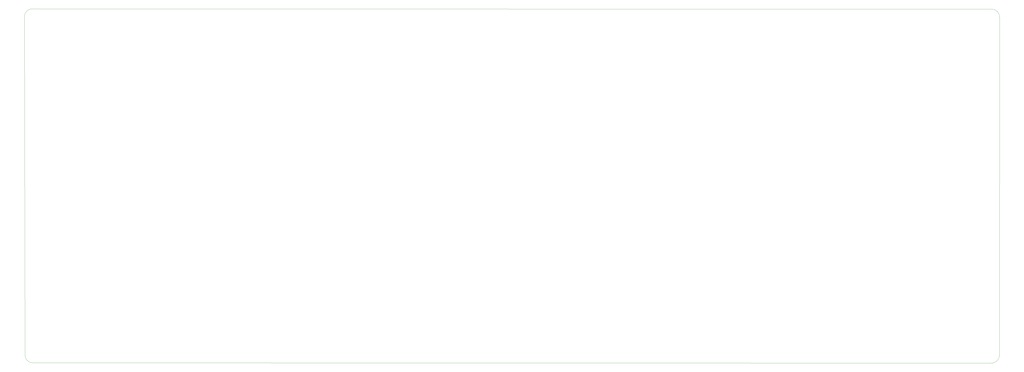
<source format=gbr>
G04 #@! TF.GenerationSoftware,KiCad,Pcbnew,(5.1.4)-1*
G04 #@! TF.CreationDate,2020-11-20T07:51:11+08:00*
G04 #@! TF.ProjectId,Southpaw-65,536f7574-6870-4617-972d-36352e6b6963,rev?*
G04 #@! TF.SameCoordinates,Original*
G04 #@! TF.FileFunction,Profile,NP*
%FSLAX46Y46*%
G04 Gerber Fmt 4.6, Leading zero omitted, Abs format (unit mm)*
G04 Created by KiCad (PCBNEW (5.1.4)-1) date 2020-11-20 07:51:11*
%MOMM*%
%LPD*%
G04 APERTURE LIST*
%ADD10C,0.050000*%
G04 APERTURE END LIST*
D10*
X71437500Y-189706250D02*
X71374000Y-189706250D01*
X67818000Y-186150250D02*
X67564000Y-34798000D01*
X503745500Y-186277250D02*
X503809000Y-34925000D01*
X503745500Y-186277250D02*
G75*
G02X500189500Y-189833250I-3556000J0D01*
G01*
X71374000Y-189706250D02*
G75*
G02X67818000Y-186150250I0J3556000D01*
G01*
X500253000Y-31369000D02*
X500126000Y-31369000D01*
X500253000Y-31369000D02*
G75*
G02X503809000Y-34925000I0J-3556000D01*
G01*
X71247000Y-31242000D02*
X71120000Y-31242000D01*
X67564000Y-34798000D02*
G75*
G02X71120000Y-31242000I3556000J0D01*
G01*
X71437500Y-189706250D02*
X500189500Y-189833250D01*
X500126000Y-31369000D02*
X71247000Y-31242000D01*
M02*

</source>
